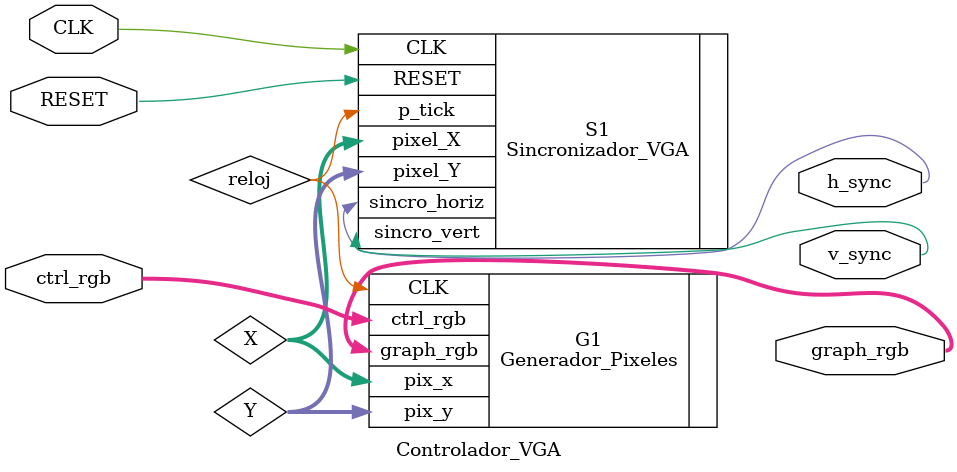
<source format=v>
module Controlador_VGA
	(
	input wire [2:0] ctrl_rgb,
	input wire RESET,
	input wire CLK,
	output wire [2:0] graph_rgb,
	output wire h_sync,
	output wire v_sync
   );
	
	wire [9:0] X, Y;
	wire reloj;
	
	Sincronizador_VGA S1(.RESET(RESET), .CLK(CLK), .sincro_horiz(h_sync), .sincro_vert(v_sync), .pixel_X(X), .pixel_Y(Y), .p_tick(reloj));
	Generador_Pixeles G1(.ctrl_rgb(ctrl_rgb), .graph_rgb(graph_rgb), .CLK(reloj), .pix_x(X), .pix_y(Y));
		
endmodule

</source>
